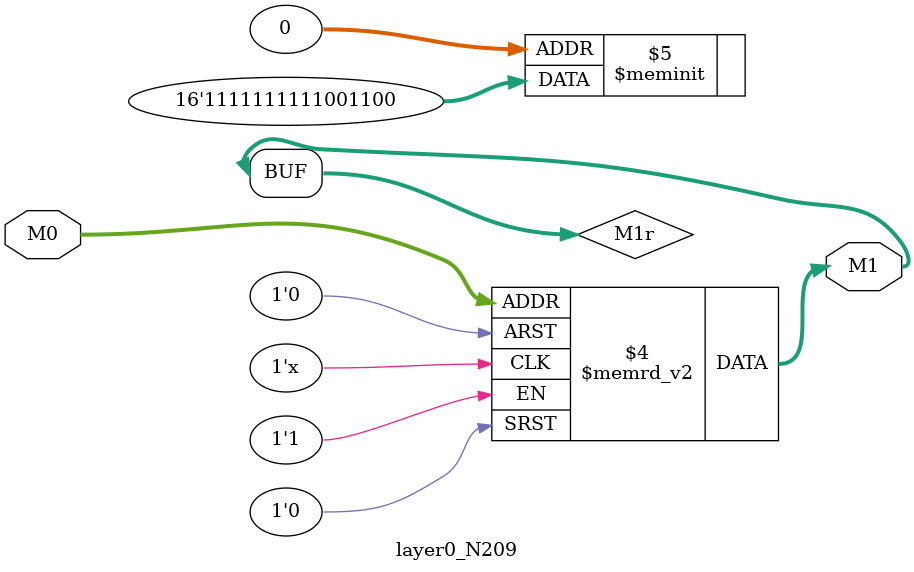
<source format=v>
module layer0_N209 ( input [2:0] M0, output [1:0] M1 );

	(*rom_style = "distributed" *) reg [1:0] M1r;
	assign M1 = M1r;
	always @ (M0) begin
		case (M0)
			3'b000: M1r = 2'b00;
			3'b100: M1r = 2'b11;
			3'b010: M1r = 2'b00;
			3'b110: M1r = 2'b11;
			3'b001: M1r = 2'b11;
			3'b101: M1r = 2'b11;
			3'b011: M1r = 2'b11;
			3'b111: M1r = 2'b11;

		endcase
	end
endmodule

</source>
